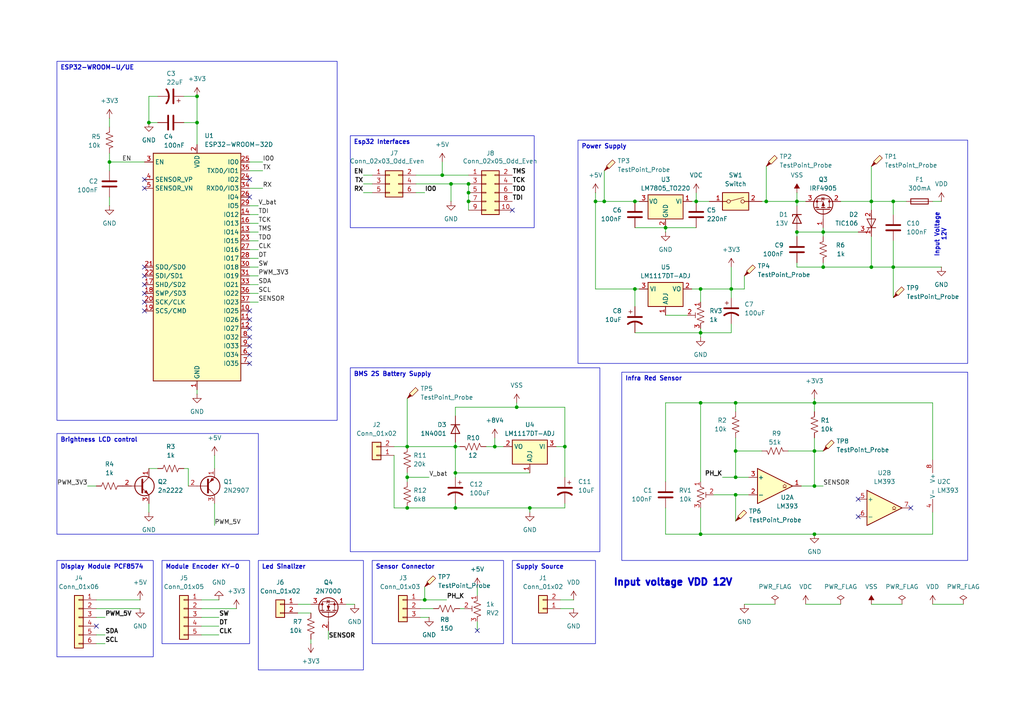
<source format=kicad_sch>
(kicad_sch (version 20250114) (generator "eeschema") (generator_version "9.0")
  (paper "A4")
  (text "Input Voltage\n12V" (at 274.574 68.072 90) (effects (font (size 1.27 1.27) (bold yes)) (justify bottom)))
  (text "Input voltage VDD 12V" (at 177.8 170.18 0) (effects (font (size 2 2) (thickness 0.512) (bold yes)) (justify left bottom)))
  (text_box "ESP32-WROOM-U/UE" (at 16.51 17.78 0) (size 81.28 104.14) (margins 0.9525 0.9525 0.9525 0.9525) (effects (font (size 1.27 1.27) (thickness 0.254) (bold yes)) (justify left top)))
  (text_box "Esp32 Interfaces" (at 101.6 39.37 0) (size 53.34 26.67) (margins 0.9525 0.9525 0.9525 0.9525) (effects (font (size 1.27 1.27) (bold yes)) (justify left top)))
  (text_box "Infra Red Sensor" (at 180.34 107.95 0) (size 100.33 54.61) (margins 0.9525 0.9525 0.9525 0.9525) (effects (font (size 1.27 1.27) (bold yes)) (justify left top)))
  (text_box "Supply Source" (at 148.59 162.56 0) (size 24.13 24.13) (margins 0.9525 0.9525 0.9525 0.9525) (effects (font (size 1.27 1.27) (bold yes)) (justify left top)))
  (text_box "Power Supply" (at 167.64 40.64 0) (size 113.03 64.77) (margins 0.9525 0.9525 0.9525 0.9525) (effects (font (size 1.27 1.27) (bold yes)) (justify left top)))
  (text_box "Module Encoder KY-0" (at 46.99 162.56 0) (size 25.4 24.13) (margins 0.9525 0.9525 0.9525 0.9525) (effects (font (size 1.27 1.27) (bold yes)) (justify left top)))
  (text_box "BMS 2S Battery Supply" (at 101.6 106.68 0) (size 72.39 53.34) (margins 0.9525 0.9525 0.9525 0.9525) (effects (font (size 1.27 1.27) (bold yes)) (justify left top)))
  (text_box "Led Sinalizer" (at 74.93 162.56 0) (size 30.48 31.75) (margins 0.9525 0.9525 0.9525 0.9525) (effects (font (size 1.27 1.27) (bold yes)) (justify left top)))
  (text_box "Brightness LCD control" (at 16.51 125.73 0) (size 58.42 29.21) (margins 0.9525 0.9525 0.9525 0.9525) (effects (font (size 1.27 1.27) (bold yes)) (justify left top)))
  (text_box "Sensor Connector" (at 107.95 162.56 0) (size 38.1 24.13) (margins 0.9525 0.9525 0.9525 0.9525) (effects (font (size 1.27 1.27) (bold yes)) (justify left top)))
  (text_box "Display Module PCF8574" (at 16.51 162.56 0) (size 27.94 27.94) (margins 0.9525 0.9525 0.9525 0.9525) (effects (font (size 1.27 1.27) (bold yes)) (justify left top)))
  (junction (at 118.11 147.32))
  (junction (at 231.14 67.31))
  (junction (at 172.72 58.42))
  (junction (at 130.81 53.34))
  (junction (at 231.14 58.42))
  (junction (at 153.67 147.32))
  (junction (at 212.09 83.82))
  (junction (at 123.19 173.99))
  (junction (at 135.89 53.34))
  (junction (at 149.86 118.11))
  (junction (at 201.93 58.42))
  (junction (at 118.11 138.43))
  (junction (at 132.08 129.54))
  (junction (at 143.51 129.54))
  (junction (at 184.15 83.82))
  (junction (at 135.89 55.88))
  (junction (at 259.08 58.42))
  (junction (at 132.08 137.16))
  (junction (at 238.76 67.31))
  (junction (at 203.2 116.84))
  (junction (at 236.22 130.81))
  (junction (at 128.27 50.8))
  (junction (at 252.73 58.42))
  (junction (at 184.15 58.42))
  (junction (at 163.83 129.54))
  (junction (at 236.22 140.97))
  (junction (at 213.36 143.51))
  (junction (at 259.08 77.47))
  (junction (at 118.11 129.54))
  (junction (at 203.2 83.82))
  (junction (at 31.75 46.99))
  (junction (at 238.76 77.47))
  (junction (at 43.18 35.56))
  (junction (at 222.25 58.42))
  (junction (at 135.89 58.42))
  (junction (at 252.73 77.47))
  (junction (at 236.22 116.84))
  (junction (at 213.36 116.84))
  (junction (at 57.15 27.94))
  (junction (at 132.08 147.32))
  (junction (at 213.36 138.43))
  (junction (at 236.22 154.94))
  (junction (at 203.2 154.94))
  (junction (at 213.36 130.81))
  (junction (at 193.04 66.04))
  (junction (at 175.26 58.42))
  (junction (at 57.15 35.56))
  (junction (at 203.2 96.52))
  (no_connect (at 41.91 52.07))
  (no_connect (at 72.39 97.79))
  (no_connect (at 138.43 182.88))
  (no_connect (at 72.39 90.17))
  (no_connect (at 41.91 54.61))
  (no_connect (at 41.91 80.01))
  (no_connect (at 264.16 147.32))
  (no_connect (at 72.39 57.15))
  (no_connect (at 72.39 92.71))
  (no_connect (at 72.39 100.33))
  (no_connect (at 41.91 77.47))
  (no_connect (at 72.39 102.87))
  (no_connect (at 41.91 82.55))
  (no_connect (at 27.94 181.61))
  (no_connect (at 248.92 144.78))
  (no_connect (at 248.92 149.86))
  (no_connect (at 72.39 52.07))
  (no_connect (at 41.91 90.17))
  (no_connect (at 148.59 60.96))
  (no_connect (at 72.39 95.25))
  (no_connect (at 41.91 87.63))
  (no_connect (at 72.39 105.41))
  (no_connect (at 41.91 85.09))
  (wire (pts (xy 120.65 50.8) (xy 128.27 50.8)))
  (wire (pts (xy 163.83 118.11) (xy 149.86 118.11)))
  (wire (pts (xy 213.36 143.51) (xy 217.17 143.51)))
  (wire (pts (xy 143.51 127) (xy 143.51 129.54)))
  (wire (pts (xy 74.93 59.69) (xy 72.39 59.69)))
  (wire (pts (xy 128.27 46.99) (xy 128.27 50.8)))
  (wire (pts (xy 90.17 186.69) (xy 90.17 185.42)))
  (wire (pts (xy 172.72 83.82) (xy 172.72 58.42)))
  (wire (pts (xy 118.11 115.57) (xy 118.11 129.54)))
  (wire (pts (xy 123.19 173.99) (xy 121.92 173.99)))
  (wire (pts (xy 252.73 58.42) (xy 243.84 58.42)))
  (wire (pts (xy 175.26 58.42) (xy 184.15 58.42)))
  (wire (pts (xy 135.89 55.88) (xy 135.89 58.42)))
  (wire (pts (xy 236.22 154.94) (xy 270.51 154.94)))
  (wire (pts (xy 31.75 34.29) (xy 31.75 36.83)))
  (wire (pts (xy 72.39 54.61) (xy 76.2 54.61)))
  (wire (pts (xy 252.73 48.26) (xy 252.73 58.42)))
  (wire (pts (xy 184.15 58.42) (xy 185.42 58.42)))
  (wire (pts (xy 163.83 129.54) (xy 161.29 129.54)))
  (wire (pts (xy 213.36 130.81) (xy 213.36 138.43)))
  (wire (pts (xy 259.08 77.47) (xy 259.08 86.36)))
  (wire (pts (xy 27.94 176.53) (xy 40.64 176.53)))
  (wire (pts (xy 58.42 173.99) (xy 63.5 173.99)))
  (wire (pts (xy 259.08 69.85) (xy 259.08 77.47)))
  (wire (pts (xy 74.93 74.93) (xy 72.39 74.93)))
  (wire (pts (xy 213.36 127) (xy 213.36 130.81)))
  (wire (pts (xy 193.04 154.94) (xy 203.2 154.94)))
  (wire (pts (xy 238.76 77.47) (xy 231.14 77.47)))
  (wire (pts (xy 172.72 55.88) (xy 172.72 58.42)))
  (wire (pts (xy 238.76 130.81) (xy 236.22 130.81)))
  (wire (pts (xy 252.73 68.58) (xy 252.73 77.47)))
  (wire (pts (xy 118.11 138.43) (xy 124.46 138.43)))
  (wire (pts (xy 135.89 53.34) (xy 135.89 55.88)))
  (wire (pts (xy 43.18 27.94) (xy 45.72 27.94)))
  (wire (pts (xy 193.04 66.04) (xy 193.04 67.31)))
  (wire (pts (xy 236.22 140.97) (xy 238.76 140.97)))
  (wire (pts (xy 184.15 96.52) (xy 203.2 96.52)))
  (wire (pts (xy 43.18 146.05) (xy 43.18 148.59)))
  (wire (pts (xy 25.4 140.97) (xy 27.94 140.97)))
  (wire (pts (xy 74.93 67.31) (xy 72.39 67.31)))
  (wire (pts (xy 30.48 179.07) (xy 27.94 179.07)))
  (wire (pts (xy 163.83 118.11) (xy 163.83 129.54)))
  (wire (pts (xy 200.66 83.82) (xy 203.2 83.82)))
  (wire (pts (xy 74.93 62.23) (xy 72.39 62.23)))
  (wire (pts (xy 62.23 132.08) (xy 62.23 135.89)))
  (wire (pts (xy 114.3 129.54) (xy 118.11 129.54)))
  (wire (pts (xy 201.93 66.04) (xy 193.04 66.04)))
  (wire (pts (xy 138.43 170.18) (xy 138.43 172.72)))
  (wire (pts (xy 212.09 86.36) (xy 212.09 83.82)))
  (wire (pts (xy 105.41 50.8) (xy 107.95 50.8)))
  (wire (pts (xy 231.14 55.88) (xy 231.14 58.42)))
  (wire (pts (xy 236.22 119.38) (xy 236.22 116.84)))
  (wire (pts (xy 203.2 139.7) (xy 203.2 116.84)))
  (wire (pts (xy 213.36 116.84) (xy 236.22 116.84)))
  (wire (pts (xy 252.73 77.47) (xy 238.76 77.47)))
  (wire (pts (xy 72.39 85.09) (xy 74.93 85.09)))
  (wire (pts (xy 203.2 83.82) (xy 212.09 83.82)))
  (wire (pts (xy 238.76 68.58) (xy 238.76 67.31)))
  (wire (pts (xy 118.11 147.32) (xy 132.08 147.32)))
  (wire (pts (xy 123.19 170.18) (xy 123.19 173.99)))
  (wire (pts (xy 132.08 137.16) (xy 153.67 137.16)))
  (wire (pts (xy 259.08 62.23) (xy 259.08 58.42)))
  (wire (pts (xy 53.34 35.56) (xy 57.15 35.56)))
  (wire (pts (xy 90.17 177.8) (xy 86.36 177.8)))
  (wire (pts (xy 175.26 49.53) (xy 175.26 58.42)))
  (wire (pts (xy 231.14 58.42) (xy 231.14 59.69)))
  (wire (pts (xy 184.15 83.82) (xy 185.42 83.82)))
  (wire (pts (xy 123.19 55.88) (xy 120.65 55.88)))
  (wire (pts (xy 63.5 184.15) (xy 58.42 184.15)))
  (wire (pts (xy 57.15 114.3) (xy 57.15 113.03)))
  (wire (pts (xy 130.81 53.34) (xy 130.81 58.42)))
  (wire (pts (xy 220.98 130.81) (xy 213.36 130.81)))
  (wire (pts (xy 105.41 55.88) (xy 107.95 55.88)))
  (wire (pts (xy 114.3 147.32) (xy 118.11 147.32)))
  (wire (pts (xy 166.37 173.99) (xy 162.56 173.99)))
  (wire (pts (xy 215.9 83.82) (xy 212.09 83.82)))
  (wire (pts (xy 74.93 69.85) (xy 72.39 69.85)))
  (wire (pts (xy 43.18 35.56) (xy 45.72 35.56)))
  (wire (pts (xy 27.94 173.99) (xy 40.64 173.99)))
  (wire (pts (xy 86.36 175.26) (xy 90.17 175.26)))
  (wire (pts (xy 132.08 137.16) (xy 132.08 129.54)))
  (wire (pts (xy 130.81 53.34) (xy 135.89 53.34)))
  (wire (pts (xy 207.01 143.51) (xy 213.36 143.51)))
  (wire (pts (xy 54.61 135.89) (xy 53.34 135.89)))
  (wire (pts (xy 238.76 67.31) (xy 231.14 67.31)))
  (wire (pts (xy 63.5 181.61) (xy 58.42 181.61)))
  (wire (pts (xy 105.41 53.34) (xy 107.95 53.34)))
  (wire (pts (xy 140.97 129.54) (xy 143.51 129.54)))
  (wire (pts (xy 132.08 118.11) (xy 149.86 118.11)))
  (wire (pts (xy 57.15 35.56) (xy 57.15 41.91)))
  (wire (pts (xy 172.72 83.82) (xy 184.15 83.82)))
  (wire (pts (xy 233.68 58.42) (xy 231.14 58.42)))
  (wire (pts (xy 118.11 129.54) (xy 132.08 129.54)))
  (wire (pts (xy 236.22 116.84) (xy 270.51 116.84)))
  (wire (pts (xy 30.48 184.15) (xy 27.94 184.15)))
  (wire (pts (xy 228.6 130.81) (xy 236.22 130.81)))
  (wire (pts (xy 213.36 116.84) (xy 213.36 119.38)))
  (wire (pts (xy 72.39 82.55) (xy 74.93 82.55)))
  (wire (pts (xy 212.09 93.98) (xy 212.09 96.52)))
  (wire (pts (xy 138.43 182.88) (xy 138.43 180.34)))
  (wire (pts (xy 212.09 83.82) (xy 212.09 77.47)))
  (wire (pts (xy 31.75 44.45) (xy 31.75 46.99)))
  (wire (pts (xy 236.22 115.57) (xy 236.22 116.84)))
  (wire (pts (xy 95.25 182.88) (xy 95.25 185.42)))
  (wire (pts (xy 231.14 76.2) (xy 231.14 77.47)))
  (wire (pts (xy 153.67 148.59) (xy 153.67 147.32)))
  (wire (pts (xy 125.73 176.53) (xy 121.92 176.53)))
  (wire (pts (xy 203.2 116.84) (xy 213.36 116.84)))
  (wire (pts (xy 114.3 132.08) (xy 114.3 147.32)))
  (wire (pts (xy 213.36 138.43) (xy 217.17 138.43)))
  (wire (pts (xy 30.48 186.69) (xy 27.94 186.69)))
  (wire (pts (xy 238.76 66.04) (xy 238.76 67.31)))
  (wire (pts (xy 273.05 58.42) (xy 270.51 58.42)))
  (wire (pts (xy 68.58 176.53) (xy 58.42 176.53)))
  (wire (pts (xy 74.93 72.39) (xy 72.39 72.39)))
  (wire (pts (xy 31.75 46.99) (xy 41.91 46.99)))
  (wire (pts (xy 193.04 147.32) (xy 193.04 154.94)))
  (wire (pts (xy 215.9 80.01) (xy 215.9 83.82)))
  (wire (pts (xy 132.08 118.11) (xy 132.08 120.65)))
  (wire (pts (xy 203.2 83.82) (xy 203.2 87.63)))
  (wire (pts (xy 134.62 176.53) (xy 133.35 176.53)))
  (wire (pts (xy 193.04 139.7) (xy 193.04 116.84)))
  (wire (pts (xy 135.89 58.42) (xy 135.89 60.96)))
  (wire (pts (xy 54.61 140.97) (xy 54.61 135.89)))
  (wire (pts (xy 203.2 96.52) (xy 203.2 95.25)))
  (wire (pts (xy 74.93 87.63) (xy 72.39 87.63)))
  (wire (pts (xy 201.93 58.42) (xy 205.74 58.42)))
  (wire (pts (xy 72.39 46.99) (xy 76.2 46.99)))
  (wire (pts (xy 200.66 58.42) (xy 201.93 58.42)))
  (wire (pts (xy 231.14 67.31) (xy 231.14 68.58)))
  (wire (pts (xy 143.51 129.54) (xy 146.05 129.54)))
  (wire (pts (xy 232.41 140.97) (xy 236.22 140.97)))
  (wire (pts (xy 203.2 147.32) (xy 203.2 154.94)))
  (wire (pts (xy 193.04 91.44) (xy 199.39 91.44)))
  (wire (pts (xy 209.55 138.43) (xy 213.36 138.43)))
  (wire (pts (xy 128.27 50.8) (xy 135.89 50.8)))
  (wire (pts (xy 57.15 27.94) (xy 57.15 35.56)))
  (wire (pts (xy 233.68 175.26) (xy 243.84 175.26)))
  (wire (pts (xy 270.51 116.84) (xy 270.51 133.35)))
  (wire (pts (xy 129.54 173.99) (xy 123.19 173.99)))
  (wire (pts (xy 43.18 135.89) (xy 45.72 135.89)))
  (wire (pts (xy 259.08 58.42) (xy 252.73 58.42)))
  (wire (pts (xy 201.93 55.88) (xy 201.93 58.42)))
  (wire (pts (xy 43.18 27.94) (xy 43.18 35.56)))
  (wire (pts (xy 259.08 77.47) (xy 252.73 77.47)))
  (wire (pts (xy 62.23 146.05) (xy 62.23 152.4)))
  (wire (pts (xy 120.65 53.34) (xy 130.81 53.34)))
  (wire (pts (xy 163.83 138.43) (xy 163.83 129.54)))
  (wire (pts (xy 184.15 88.9) (xy 184.15 83.82)))
  (wire (pts (xy 132.08 147.32) (xy 153.67 147.32)))
  (wire (pts (xy 132.08 146.05) (xy 132.08 147.32)))
  (wire (pts (xy 149.86 116.84) (xy 149.86 118.11)))
  (wire (pts (xy 259.08 77.47) (xy 273.05 77.47)))
  (wire (pts (xy 222.25 48.26) (xy 222.25 58.42)))
  (wire (pts (xy 72.39 49.53) (xy 76.2 49.53)))
  (wire (pts (xy 193.04 66.04) (xy 184.15 66.04)))
  (wire (pts (xy 53.34 27.94) (xy 57.15 27.94)))
  (wire (pts (xy 270.51 148.59) (xy 270.51 154.94)))
  (wire (pts (xy 203.2 154.94) (xy 236.22 154.94)))
  (wire (pts (xy 193.04 116.84) (xy 203.2 116.84)))
  (wire (pts (xy 248.92 67.31) (xy 238.76 67.31)))
  (wire (pts (xy 124.46 179.07) (xy 121.92 179.07)))
  (wire (pts (xy 236.22 130.81) (xy 236.22 140.97)))
  (wire (pts (xy 72.39 80.01) (xy 74.93 80.01)))
  (wire (pts (xy 252.73 175.26) (xy 261.62 175.26)))
  (wire (pts (xy 270.51 175.26) (xy 279.4 175.26)))
  (wire (pts (xy 222.25 58.42) (xy 231.14 58.42)))
  (wire (pts (xy 166.37 176.53) (xy 162.56 176.53)))
  (wire (pts (xy 236.22 127) (xy 236.22 130.81)))
  (wire (pts (xy 100.33 175.26) (xy 102.87 175.26)))
  (wire (pts (xy 74.93 64.77) (xy 72.39 64.77)))
  (wire (pts (xy 31.75 46.99) (xy 31.75 49.53)))
  (wire (pts (xy 238.76 76.2) (xy 238.76 77.47)))
  (wire (pts (xy 220.98 58.42) (xy 222.25 58.42)))
  (wire (pts (xy 213.36 151.13) (xy 213.36 143.51)))
  (wire (pts (xy 212.09 96.52) (xy 203.2 96.52)))
  (wire (pts (xy 132.08 128.27) (xy 132.08 129.54)))
  (wire (pts (xy 262.89 58.42) (xy 259.08 58.42)))
  (wire (pts (xy 163.83 146.05) (xy 163.83 147.32)))
  (wire (pts (xy 132.08 138.43) (xy 132.08 137.16)))
  (wire (pts (xy 132.08 129.54) (xy 133.35 129.54)))
  (wire (pts (xy 31.75 57.15) (xy 31.75 59.69)))
  (wire (pts (xy 118.11 137.16) (xy 118.11 138.43)))
  (wire (pts (xy 63.5 179.07) (xy 58.42 179.07)))
  (wire (pts (xy 74.93 77.47) (xy 72.39 77.47)))
  (wire (pts (xy 172.72 58.42) (xy 175.26 58.42)))
  (wire (pts (xy 118.11 138.43) (xy 118.11 139.7)))
  (wire (pts (xy 252.73 58.42) (xy 252.73 60.96)))
  (wire (pts (xy 163.83 147.32) (xy 153.67 147.32)))
  (wire (pts (xy 224.79 175.26) (xy 215.9 175.26)))
  (wire (pts (xy 203.2 97.79) (xy 203.2 96.52)))
  (label "TDO" (at 148.59 55.88 0) (effects (font (bold yes))))
  (label "PWM_3V3" (at 74.93 80.01 0))
  (label "SW" (at 63.5 179.07 0) (effects (font (bold yes))))
  (label "PWM_5V" (at 30.48 179.07 0) (effects (font (bold yes))))
  (label "PH_K" (at 209.55 138.43 180) (effects (font (bold yes))))
  (label "TDI" (at 148.59 58.42 0) (effects (font (bold yes))))
  (label "DT" (at 63.5 181.61 0) (effects (font (bold yes))))
  (label "SCL" (at 74.93 85.09 0))
  (label "PH_K" (at 129.54 173.99 0) (effects (font (bold yes))))
  (label "IO0" (at 76.2 46.99 0))
  (label "EN" (at 38.1 46.99 180))
  (label "PWM_3V3" (at 25.4 140.97 180))
  (label "TX" (at 105.41 53.34 180) (effects (font (bold yes))))
  (label "TMS" (at 74.93 67.31 0))
  (label "TMS" (at 148.59 50.8 0) (effects (font (bold yes))))
  (label "TX" (at 76.2 49.53 0))
  (label "EN" (at 105.41 50.8 180) (effects (font (bold yes))))
  (label "SDA" (at 30.48 184.15 0) (effects (font (bold yes))))
  (label "TDI" (at 74.93 62.23 0))
  (label "SENSOR" (at 238.76 140.97 0))
  (label "RX" (at 76.2 54.61 0))
  (label "V_bat" (at 124.46 138.43 0))
  (label "TCK" (at 148.59 53.34 0) (effects (font (bold yes))))
  (label "SW" (at 74.93 77.47 0))
  (label "DT" (at 74.93 74.93 0))
  (label "PWM_5V" (at 62.23 152.4 0))
  (label "CLK" (at 74.93 72.39 0))
  (label "V_bat" (at 74.93 59.69 0))
  (label "TDO" (at 74.93 69.85 0))
  (label "RX" (at 105.41 55.88 180) (effects (font (bold yes))))
  (label "SDA" (at 74.93 82.55 0))
  (label "SENSOR" (at 74.93 87.63 0))
  (label "TCK" (at 74.93 64.77 0))
  (label "SENSOR" (at 95.25 185.42 0) (effects (font (bold yes))))
  (label "SCL" (at 30.48 186.69 0) (effects (font (bold yes))))
  (label "CLK" (at 63.5 184.15 0) (effects (font (bold yes))))
  (label "IO0" (at 123.19 55.88 0) (effects (font (bold yes))))
  (symbol (lib_id "power:VDC") (at 201.93 55.88 0) (unit 1)
    (property "Reference" "#PWR035" (effects (hide yes)))
    (property "Value" "VDC" (at 201.93 50.8 0))
    (property "Description" "Power symbol creates a global label with name \"VDC\"" (effects (hide yes)))
  )
  (symbol (lib_name "GND_6") (lib_id "power:GND") (at 203.2 97.79 0) (unit 1)
    (property "Reference" "#PWR017" (effects (hide yes)))
    (property "Value" "GND" (at 203.2 102.87 0))
    (property "Description" "Power symbol creates a global label with name \"GND\" , ground" (effects (hide yes)))
  )
  (symbol (lib_name "GND_2") (lib_id "power:GND") (at 236.22 154.94 0) (unit 1)
    (property "Reference" "#PWR06" (effects (hide yes)))
    (property "Value" "GND" (at 236.22 160.02 0))
    (property "Description" "Power symbol creates a global label with name \"GND\" , ground" (effects (hide yes)))
  )
  (symbol (lib_id "Device:C_Polarized_US") (at 212.09 90.17 0) (unit 1)
    (property "Reference" "C7" (at 215.9 88.2649 0) (effects (justify left)))
    (property "Value" "100uF" (at 215.9 90.8049 0) (effects (justify left)))
    (property "Footprint" "easyeda2kicad:CAP-TH_BD5.0-P2.00-D0.8-FD" (effects (hide yes)))
    (property "Description" "Polarized capacitor, US symbol" (effects (hide yes)))
    (property "LCSC" "C165586" (effects (hide yes)))
  )
  (symbol (lib_id "Transistor_FET:2N7000") (at 95.25 177.8 90) (unit 1)
    (property "Reference" "Q4" (at 95.25 168.91 90))
    (property "Value" "2N7000" (at 95.25 171.45 90))
    (property "Footprint" "Package_TO_SOT_THT:TO-92_Inline" (effects (hide yes)))
    (property "Datasheet" "https://www.vishay.com/docs/70226/70226.pdf" (effects (hide yes)))
    (property "Description" "0.2A Id, 200V Vds, N-Channel MOSFET, 2.6V Logic Level, TO-92" (effects (hide yes)))
    (property "LCSC" "C9114" (effects (hide yes)))
  )
  (symbol (lib_id "Regulator_Linear:LM1117DT-ADJ") (at 153.67 129.54 0) (mirror y) (unit 1)
    (property "Reference" "U4" (at 153.67 123.19 0))
    (property "Value" "LM1117DT-ADJ" (at 153.67 125.73 0))
    (property "Footprint" "Package_TO_SOT_THT:TO-220-3_Vertical" (effects (hide yes)))
    (property "Datasheet" "http://www.ti.com/lit/ds/symlink/lm1117.pdf" (effects (hide yes)))
    (property "Description" "800mA Low-Dropout Linear Regulator, adjustable output, TO-252" (effects (hide yes)))
    (property "LCSC" "C498319" (effects (hide yes)))
  )
  (symbol (lib_name "GND_4") (lib_id "power:GND") (at 130.81 58.42 0) (unit 1)
    (property "Reference" "#PWR012" (effects (hide yes)))
    (property "Value" "GND" (at 130.81 63.5 0))
    (property "Description" "Power symbol creates a global label with name \"GND\" , ground" (effects (hide yes)))
  )
  (symbol (lib_name "+5V_1") (lib_id "power:+5V") (at 40.64 173.99 0) (unit 1)
    (property "Reference" "#PWR022" (effects (hide yes)))
    (property "Value" "+5V" (at 40.64 168.91 0))
    (property "Description" "Power symbol creates a global label with name \"+5V\"" (effects (hide yes)))
  )
  (symbol (lib_id "Device:R_US") (at 31.75 140.97 90) (unit 1)
    (property "Reference" "R4" (at 31.75 134.62 90))
    (property "Value" "1k" (at 31.75 137.16 90))
    (property "Footprint" "easyeda2kicad:RES-TH_BD2.3-L6.5-P10.50-D0.5" (effects (hide yes)))
    (property "LCSC" "C119324" (effects (hide yes)))
  )
  (symbol (lib_name "GND_5") (lib_id "power:GND") (at 43.18 148.59 0) (unit 1)
    (property "Reference" "#PWR01" (effects (hide yes)))
    (property "Value" "GND" (at 43.18 153.67 0))
    (property "Description" "Power symbol creates a global label with name \"GND\" , ground" (effects (hide yes)))
  )
  (symbol (lib_id "Device:C") (at 49.53 35.56 270) (unit 1)
    (property "Reference" "C4" (at 47.498 39.624 90) (effects (justify left)))
    (property "Value" "100nF" (at 47.498 42.164 90) (effects (justify left)))
    (property "Footprint" "Capacitor_THT:C_Disc_D6.0mm_W2.5mm_P5.00mm" (effects (hide yes)))
    (property "LCSC" "C110254" (effects (hide yes)))
  )
  (symbol (lib_id "Connector_Generic:Conn_01x05") (at 53.34 179.07 0) (mirror y) (unit 1)
    (property "Reference" "J5" (at 53.34 167.64 0))
    (property "Value" "Conn_01x05" (at 53.34 170.18 0))
    (property "Footprint" "Connector_Molex:Molex_KK-254_AE-6410-05A_1x05_P2.54mm_Vertical" (effects (hide yes)))
    (property "Description" "Generic connector, single row, 01x05, script generated (kicad-library-utils/schlib/autogen/connector/)" (effects (hide yes)))
    (property "LCSC" "C239365" (effects (hide yes)))
  )
  (symbol (lib_id "RF_Module:ESP32-WROOM-32D") (at 57.15 77.47 0) (unit 1)
    (property "Reference" "U1" (at 59.2933 39.37 0) (effects (justify left)))
    (property "Value" "ESP32-WROOM-32D" (at 59.2933 41.91 0) (effects (justify left)))
    (property "Footprint" "RF_Module:ESP32-WROOM-32D" (effects (hide yes)))
    (property "Datasheet" "https://www.espressif.com/sites/default/files/documentation/esp32-wroom-32d_esp32-wroom-32u_datasheet_en.pdf" (effects (hide yes)))
    (property "Description" "RF Module, ESP32-D0WD SoC, Wi-Fi 802.11b/g/n, Bluetooth, BLE, 32-bit, 2.7-3.6V, onboard antenna, SMD" (effects (hide yes)))
    (property "LCSC" "C473012" (effects (hide yes)))
  )
  (symbol (lib_id "Connector:TestPoint_Probe") (at 175.26 49.53 0) (unit 1)
    (property "Reference" "TP3" (at 179.07 46.6724 0) (effects (justify left)))
    (property "Value" "TestPoint_Probe" (at 179.07 49.2124 0) (effects (justify left)))
    (property "Footprint" "TestPoint:TestPoint_THTPad_3.0x3.0mm_Drill1.5mm" (effects (hide yes)))
    (property "Description" "test point (alternative probe-style design)" (effects (hide yes)))
  )
  (symbol (lib_id "Device:C_Polarized_US") (at 49.53 27.94 270) (mirror x) (unit 1)
    (property "Reference" "C3" (at 48.26 21.336 90) (effects (justify left)))
    (property "Value" "22uF" (at 48.26 23.876 90) (effects (justify left)))
    (property "Footprint" "easyeda2kicad:CAP-TH_BD4.0-P1.50-D0.8-FD" (effects (hide yes)))
    (property "LCSC" "C43845" (effects (hide yes)))
  )
  (symbol (lib_id "Comparator:LM393") (at 256.54 147.32 0) (unit 2)
    (property "Reference" "U2" (at 256.54 137.16 0))
    (property "Value" "LM393" (at 256.54 139.7 0))
    (property "Footprint" "Package_DIP:DIP-8_W7.62mm" (effects (hide yes)))
    (property "Datasheet" "http://www.ti.com/lit/ds/symlink/lm393.pdf" (effects (hide yes)))
    (property "Description" "Low-Power, Low-Offset Voltage, Dual Comparators, DIP-8/SOIC-8/TO-99-8" (effects (hide yes)))
    (property "LCSC" "C725322" (effects (hide yes)))
  )
  (symbol (lib_id "Device:C_Polarized_US") (at 163.83 142.24 0) (mirror y) (unit 1)
    (property "Reference" "C11" (at 167.64 139.7 0) (effects (justify right)))
    (property "Value" "10uF" (at 167.64 142.24 0) (effects (justify right)))
    (property "Footprint" "easyeda2kicad:CAP-TH_BD5.0-P2.00-D0.8-FD" (effects (hide yes)))
    (property "LCSC" "C106654" (effects (hide yes)))
  )
  (symbol (lib_id "Regulator_Linear:LM1117DT-ADJ") (at 193.04 83.82 0) (unit 1)
    (property "Reference" "U5" (at 193.04 77.47 0))
    (property "Value" "LM1117DT-ADJ" (at 193.04 80.01 0))
    (property "Footprint" "Package_TO_SOT_THT:TO-220-3_Vertical" (effects (hide yes)))
    (property "Datasheet" "http://www.ti.com/lit/ds/symlink/lm1117.pdf" (effects (hide yes)))
    (property "Description" "800mA Low-Dropout Linear Regulator, adjustable output, TO-252" (effects (hide yes)))
    (property "LCSC" "C498319" (effects (hide yes)))
  )
  (symbol (lib_id "Connector_Generic:Conn_01x02") (at 109.22 132.08 180) (unit 1)
    (property "Reference" "J2" (at 109.22 123.19 0))
    (property "Value" "Conn_01x02" (at 109.22 125.73 0))
    (property "Footprint" "Connector_Molex:Molex_KK-254_AE-6410-02A_1x02_P2.54mm_Vertical" (effects (hide yes)))
    (property "Description" "Generic connector, single row, 01x02, script generated (kicad-library-utils/schlib/autogen/connector/)" (effects (hide yes)))
    (property "LCSC" "C239362" (effects (hide yes)))
  )
  (symbol (lib_id "Connector:TestPoint_Probe") (at 252.73 48.26 0) (unit 1)
    (property "Reference" "TP1" (at 256.54 45.4024 0) (effects (justify left)))
    (property "Value" "TestPoint_Probe" (at 256.54 47.9424 0) (effects (justify left)))
    (property "Footprint" "TestPoint:TestPoint_THTPad_3.0x3.0mm_Drill1.5mm" (effects (hide yes)))
    (property "Description" "test point (alternative probe-style design)" (effects (hide yes)))
  )
  (symbol (lib_id "Device:C") (at 193.04 143.51 0) (mirror y) (unit 1)
    (property "Reference" "C1" (at 189.23 142.24 0) (effects (justify left)))
    (property "Value" "100nF" (at 189.23 144.78 0) (effects (justify left)))
    (property "Footprint" "Capacitor_THT:C_Disc_D6.0mm_W2.5mm_P5.00mm" (effects (hide yes)))
    (property "LCSC" "C110254" (effects (hide yes)))
  )
  (symbol (lib_id "Connector:TestPoint_Probe") (at 123.19 170.18 0) (unit 1)
    (property "Reference" "TP7" (at 127 167.3224 0) (effects (justify left)))
    (property "Value" "TestPoint_Probe" (at 127 169.8624 0) (effects (justify left)))
    (property "Footprint" "TestPoint:TestPoint_THTPad_3.0x3.0mm_Drill1.5mm" (effects (hide yes)))
    (property "Description" "test point (alternative probe-style design)" (effects (hide yes)))
  )
  (symbol (lib_name "+3V3_2") (lib_id "power:+3V3") (at 31.75 34.29 0) (unit 1)
    (property "Reference" "#PWR020" (effects (hide yes)))
    (property "Value" "+3V3" (at 31.75 29.21 0))
    (property "Description" "Power symbol creates a global label with name \"+3V3\"" (effects (hide yes)))
  )
  (symbol (lib_id "Device:C") (at 201.93 62.23 0) (mirror y) (unit 1)
    (property "Reference" "C5" (at 204.978 60.96 0) (effects (justify right)))
    (property "Value" "220nF" (at 204.978 63.5 0) (effects (justify right)))
    (property "Footprint" "Capacitor_THT:C_Rect_L7.0mm_W2.5mm_P5.00mm" (effects (hide yes)))
    (property "Description" "Unpolarized capacitor" (effects (hide yes)))
    (property "LCSC" "C125389" (effects (hide yes)))
  )
  (symbol (lib_id "Connector:TestPoint_Probe") (at 213.36 151.13 0) (unit 1)
    (property "Reference" "TP6" (at 217.17 148.2724 0) (effects (justify left)))
    (property "Value" "TestPoint_Probe" (at 217.17 150.8124 0) (effects (justify left)))
    (property "Footprint" "TestPoint:TestPoint_THTPad_3.0x3.0mm_Drill1.5mm" (effects (hide yes)))
    (property "Description" "test point (alternative probe-style design)" (effects (hide yes)))
  )
  (symbol (lib_id "Device:R_Potentiometer_Trim_US") (at 203.2 143.51 0) (unit 1)
    (property "Reference" "RV1" (at 200.66 142.24 0) (effects (justify right)))
    (property "Value" "10k" (at 200.66 144.78 0) (effects (justify right)))
    (property "Footprint" "Potentiometer_THT:Potentiometer_Bourns_3386X_Horizontal" (effects (hide yes)))
    (property "LCSC" "C780119" (effects (hide yes)))
  )
  (symbol (lib_name "GND_1") (lib_id "power:GND") (at 215.9 175.26 0) (unit 1)
    (property "Reference" "#PWR011" (effects (hide yes)))
    (property "Value" "GND" (at 215.9 180.34 0))
    (property "Description" "Power symbol creates a global label with name \"GND\" , ground" (effects (hide yes)))
  )
  (symbol (lib_id "Device:R_US") (at 213.36 123.19 0) (mirror y) (unit 1)
    (property "Reference" "R2" (at 210.82 121.92 0) (effects (justify left)))
    (property "Value" "10k" (at 210.82 124.46 0) (effects (justify left)))
    (property "Footprint" "easyeda2kicad:RES-TH_BD2.3-L6.5-P10.50-D0.5" (effects (hide yes)))
    (property "LCSC" "C119347" (effects (hide yes)))
  )
  (symbol (lib_id "Connector:TestPoint_Probe") (at 118.11 115.57 0) (unit 1)
    (property "Reference" "TP5" (at 121.92 112.7124 0) (effects (justify left)))
    (property "Value" "TestPoint_Probe" (at 121.92 115.2524 0) (effects (justify left)))
    (property "Footprint" "TestPoint:TestPoint_THTPad_3.0x3.0mm_Drill1.5mm" (effects (hide yes)))
    (property "Description" "test point (alternative probe-style design)" (effects (hide yes)))
  )
  (symbol (lib_id "Transistor_BJT:BC237") (at 40.64 140.97 0) (unit 1)
    (property "Reference" "Q2" (at 45.72 139.7 0) (effects (justify left)))
    (property "Value" "2n2222" (at 45.72 142.24 0) (effects (justify left)))
    (property "Footprint" "Package_TO_SOT_THT:TO-92_Inline" (effects (hide yes)))
    (property "Datasheet" "http://www.onsemi.com/pub_link/Collateral/BC237-D.PDF" (effects (hide yes)))
    (property "Description" "100mA Ic, 50V Vce, Epitaxial Silicon NPN Transistor, TO-92" (effects (hide yes)))
    (property "LCSC" "C118536" (effects (hide yes)))
  )
  (symbol (lib_id "Device:R_Potentiometer_Trim_US") (at 138.43 176.53 0) (mirror y) (unit 1)
    (property "Reference" "RV2" (at 140.97 177.8001 0) (effects (justify right)))
    (property "Value" "1k" (at 140.97 175.2601 0) (effects (justify right)))
    (property "Footprint" "Potentiometer_THT:Potentiometer_Bourns_3386X_Horizontal" (effects (hide yes)))
    (property "LCSC" "C780120" (effects (hide yes)))
  )
  (symbol (lib_id "Device:Q_SCR_KAG") (at 252.73 64.77 0) (unit 1)
    (property "Reference" "D2" (at 248.92 62.23 0) (effects (justify right)))
    (property "Value" "TIC106" (at 248.92 64.77 0) (effects (justify right)))
    (property "Footprint" "Package_TO_SOT_THT:TO-220-3_Vertical" (effects (hide yes)))
    (property "LCSC" "C9211" (effects (hide yes)))
  )
  (symbol (lib_name "VDC_3") (lib_id "power:VDC") (at 233.68 175.26 0) (unit 1)
    (property "Reference" "#PWR015" (effects (hide yes)))
    (property "Value" "VDC" (at 233.68 170.18 0))
    (property "Description" "Power symbol creates a global label with name \"VDC\"" (effects (hide yes)))
  )
  (symbol (lib_id "power:+3V3") (at 212.09 77.47 0) (unit 1)
    (property "Reference" "#PWR016" (effects (hide yes)))
    (property "Value" "+3V3" (at 212.09 72.39 0))
    (property "Description" "Power symbol creates a global label with name \"+3V3\"" (effects (hide yes)))
  )
  (symbol (lib_name "+5V_2") (lib_id "power:+5V") (at 62.23 132.08 0) (unit 1)
    (property "Reference" "#PWR04" (effects (hide yes)))
    (property "Value" "+5V" (at 62.23 127 0))
    (property "Description" "Power symbol creates a global label with name \"+5V\"" (effects (hide yes)))
  )
  (symbol (lib_name "PWR_FLAG_1") (lib_id "power:PWR_FLAG") (at 224.79 175.26 0) (unit 1)
    (property "Reference" "#FLG01" (effects (hide yes)))
    (property "Value" "PWR_FLAG" (at 224.79 170.18 0))
    (property "Description" "Special symbol for telling ERC where power comes from" (effects (hide yes)))
  )
  (symbol (lib_id "power:PWR_FLAG") (at 279.4 175.26 0) (mirror y) (unit 1)
    (property "Reference" "#FLG04" (effects (hide yes)))
    (property "Value" "PWR_FLAG" (at 279.4 170.18 0))
    (property "Description" "Special symbol for telling ERC where power comes from" (effects (hide yes)))
  )
  (symbol (lib_id "Device:R_Potentiometer_Trim_US") (at 203.2 91.44 0) (mirror y) (unit 1)
    (property "Reference" "RV3" (at 205.74 90.17 0) (effects (justify right)))
    (property "Value" "1k" (at 205.74 92.71 0) (effects (justify right)))
    (property "Footprint" "Potentiometer_THT:Potentiometer_Bourns_3386X_Horizontal" (effects (hide yes)))
    (property "LCSC" "C780120" (effects (hide yes)))
  )
  (symbol (lib_name "GND_4") (lib_id "power:GND") (at 31.75 59.69 0) (unit 1)
    (property "Reference" "#PWR09" (effects (hide yes)))
    (property "Value" "GND" (at 31.75 64.77 0))
    (property "Description" "Power symbol creates a global label with name \"GND\" , ground" (effects (hide yes)))
  )
  (symbol (lib_name "GND_4") (lib_id "power:GND") (at 57.15 114.3 0) (unit 1)
    (property "Reference" "#PWR02" (effects (hide yes)))
    (property "Value" "GND" (at 57.15 119.38 0))
    (property "Description" "Power symbol creates a global label with name \"GND\" , ground" (effects (hide yes)))
  )
  (symbol (lib_id "Device:R_US") (at 224.79 130.81 90) (mirror x) (unit 1)
    (property "Reference" "R9" (at 226.568 125.73 90) (effects (justify left)))
    (property "Value" "51k" (at 226.568 128.27 90) (effects (justify left)))
    (property "Footprint" "easyeda2kicad:RES-TH_BD2.3-L6.5-P10.50-D0.5" (effects (hide yes)))
    (property "LCSC" "C119363" (effects (hide yes)))
  )
  (symbol (lib_id "Device:C_Polarized_US") (at 132.08 142.24 0) (mirror y) (unit 1)
    (property "Reference" "C12" (at 136.144 140.462 0) (effects (justify right)))
    (property "Value" "100uF" (at 136.144 143.002 0) (effects (justify right)))
    (property "Footprint" "easyeda2kicad:CAP-TH_BD5.0-P2.00-D0.8-FD" (effects (hide yes)))
    (property "Description" "Polarized capacitor, US symbol" (effects (hide yes)))
    (property "LCSC" "C165586" (effects (hide yes)))
  )
  (symbol (lib_id "power:+3V8") (at 143.51 127 0) (unit 1)
    (property "Reference" "#PWR034" (effects (hide yes)))
    (property "Value" "+8V4" (at 143.51 121.92 0))
    (property "Description" "Power symbol creates a global label with name \"+3V8\"" (effects (hide yes)))
  )
  (symbol (lib_id "Device:C_Polarized_US") (at 184.15 92.71 0) (unit 1)
    (property "Reference" "C8" (at 180.34 90.17 0) (effects (justify right)))
    (property "Value" "10uF" (at 180.34 92.71 0) (effects (justify right)))
    (property "Footprint" "easyeda2kicad:CAP-TH_BD5.0-P2.00-D0.8-FD" (effects (hide yes)))
    (property "LCSC" "C106654" (effects (hide yes)))
  )
  (symbol (lib_id "Comparator:LM393") (at 224.79 140.97 0) (unit 1)
    (property "Reference" "U2" (at 228.346 144.272 0))
    (property "Value" "LM393" (at 228.346 146.812 0))
    (property "Footprint" "Package_DIP:DIP-8_W7.62mm" (effects (hide yes)))
    (property "Datasheet" "http://www.ti.com/lit/ds/symlink/lm393.pdf" (effects (hide yes)))
    (property "Description" "Low-Power, Low-Offset Voltage, Dual Comparators, DIP-8/SOIC-8/TO-99-8" (effects (hide yes)))
    (property "LCSC" "C725322" (effects (hide yes)))
  )
  (symbol (lib_id "Device:C") (at 184.15 62.23 0) (mirror y) (unit 1)
    (property "Reference" "C6" (at 180.34 60.9599 0) (effects (justify left)))
    (property "Value" "100nF" (at 180.34 63.4999 0) (effects (justify left)))
    (property "Footprint" "Capacitor_THT:C_Disc_D5.0mm_W2.5mm_P5.00mm" (effects (hide yes)))
    (property "Description" "Unpolarized capacitor" (effects (hide yes)))
    (property "LCSC" "C110254" (effects (hide yes)))
  )
  (symbol (lib_id "Connector_Generic:Conn_01x02") (at 157.48 176.53 180) (unit 1)
    (property "Reference" "J1" (at 157.48 167.64 0))
    (property "Value" "Conn_01x02" (at 157.48 170.18 0))
    (property "Footprint" "Connector_Molex:Molex_KK-254_AE-6410-02A_1x02_P2.54mm_Vertical" (effects (hide yes)))
    (property "LCSC" "C239362" (effects (hide yes)))
  )
  (symbol (lib_id "Device:R_US") (at 31.75 40.64 0) (mirror y) (unit 1)
    (property "Reference" "R5" (at 29.21 39.624 0) (effects (justify left)))
    (property "Value" "10k" (at 29.21 42.164 0) (effects (justify left)))
    (property "Footprint" "easyeda2kicad:RES-TH_BD2.3-L6.5-P10.50-D0.5" (effects (hide yes)))
    (property "LCSC" "C119347" (effects (hide yes)))
  )
  (symbol (lib_id "Connector_Generic:Conn_01x02") (at 81.28 175.26 0) (mirror y) (unit 1)
    (property "Reference" "J6" (at 81.28 168.91 0))
    (property "Value" "Conn_01x02" (at 81.28 171.45 0))
    (property "Footprint" "Connector_Molex:Molex_KK-254_AE-6410-02A_1x02_P2.54mm_Vertical" (effects (hide yes)))
    (property "Description" "Generic connector, single row, 01x02, script generated (kicad-library-utils/schlib/autogen/connector/)" (effects (hide yes)))
    (property "LCSC" "C239362" (effects (hide yes)))
  )
  (symbol (lib_name "+3V3_2") (lib_id "power:+3V3") (at 68.58 176.53 0) (unit 1)
    (property "Reference" "#PWR027" (effects (hide yes)))
    (property "Value" "+3V3" (at 68.58 171.45 0))
    (property "Description" "Power symbol creates a global label with name \"+3V3\"" (effects (hide yes)))
  )
  (symbol (lib_name "GND_8") (lib_id "power:GND") (at 193.04 67.31 0) (unit 1)
    (property "Reference" "#PWR014" (effects (hide yes)))
    (property "Value" "GND" (at 193.04 72.39 0))
    (property "Description" "Power symbol creates a global label with name \"GND\" , ground" (effects (hide yes)))
  )
  (symbol (lib_name "+5V_1") (lib_id "power:+5V") (at 128.27 46.99 0) (unit 1)
    (property "Reference" "#PWR08" (effects (hide yes)))
    (property "Value" "+5V" (at 128.27 41.91 0))
    (property "Description" "Power symbol creates a global label with name \"+5V\"" (effects (hide yes)))
  )
  (symbol (lib_name "GND_4") (lib_id "power:GND") (at 63.5 173.99 180) (unit 1)
    (property "Reference" "#PWR024" (effects (hide yes)))
    (property "Value" "GND" (at 63.5 168.91 0))
    (property "Description" "Power symbol creates a global label with name \"GND\" , ground" (effects (hide yes)))
  )
  (symbol (lib_id "power:VDD") (at 270.51 175.26 0) (unit 1)
    (property "Reference" "#PWR037" (effects (hide yes)))
    (property "Value" "VDD" (at 270.51 170.18 0))
    (property "Description" "Power symbol creates a global label with name \"VDD\"" (effects (hide yes)))
  )
  (symbol (lib_name "GND_3") (lib_id "power:GND") (at 40.64 176.53 0) (unit 1)
    (property "Reference" "#PWR05" (effects (hide yes)))
    (property "Value" "GND" (at 40.64 181.61 0))
    (property "Description" "Power symbol creates a global label with name \"GND\" , ground" (effects (hide yes)))
  )
  (symbol (lib_id "Connector:TestPoint_Probe") (at 222.25 48.26 0) (unit 1)
    (property "Reference" "TP2" (at 226.06 45.4024 0) (effects (justify left)))
    (property "Value" "TestPoint_Probe" (at 226.06 47.9424 0) (effects (justify left)))
    (property "Footprint" "TestPoint:TestPoint_THTPad_3.0x3.0mm_Drill1.5mm" (effects (hide yes)))
    (property "Description" "test point (alternative probe-style design)" (effects (hide yes)))
  )
  (symbol (lib_name "+3V3_2") (lib_id "power:+3V3") (at 90.17 186.69 180) (unit 1)
    (property "Reference" "#PWR025" (effects (hide yes)))
    (property "Value" "+3V3" (at 90.17 191.77 0))
    (property "Description" "Power symbol creates a global label with name \"+3V3\"" (effects (hide yes)))
  )
  (symbol (lib_id "Device:R_US") (at 118.11 133.35 0) (mirror y) (unit 1)
    (property "Reference" "R11" (at 119.888 132.08 0) (effects (justify right)))
    (property "Value" "20k" (at 119.888 134.62 0) (effects (justify right)))
    (property "Footprint" "easyeda2kicad:RES-TH_BD2.3-L6.5-P10.50-D0.5" (effects (hide yes)))
    (property "LCSC" "C119353" (effects (hide yes)))
  )
  (symbol (lib_id "Device:Fuse") (at 266.7 58.42 270) (mirror x) (unit 1)
    (property "Reference" "F1" (at 266.7 52.07 90))
    (property "Value" "300mA" (at 266.7 54.61 90))
    (property "Footprint" "Connector_Molex:Molex_KK-254_AE-6410-02A_1x02_P2.54mm_Vertical" (effects (hide yes)))
    (property "LCSC" "C239362" (effects (hide yes)))
  )
  (symbol (lib_id "power:VSS") (at 252.73 175.26 0) (mirror y) (unit 1)
    (property "Reference" "#PWR019" (effects (hide yes)))
    (property "Value" "VSS" (at 252.73 170.18 0))
    (property "Description" "Power symbol creates a global label with name \"VSS\"" (effects (hide yes)))
  )
  (symbol (lib_id "Device:R_US") (at 236.22 123.19 0) (mirror y) (unit 1)
    (property "Reference" "R1" (at 237.998 121.92 0) (effects (justify right)))
    (property "Value" "10k" (at 237.998 124.46 0) (effects (justify right)))
    (property "Footprint" "easyeda2kicad:RES-TH_BD2.3-L6.5-P10.50-D0.5" (effects (hide yes)))
    (property "LCSC" "C119347" (effects (hide yes)))
  )
  (symbol (lib_id "Device:C") (at 231.14 72.39 0) (mirror y) (unit 1)
    (property "Reference" "C9" (at 227.33 71.12 0) (effects (justify left)))
    (property "Value" "100nF" (at 227.33 73.66 0) (effects (justify left)))
    (property "Footprint" "Capacitor_THT:C_Disc_D6.0mm_W2.5mm_P5.00mm" (effects (hide yes)))
    (property "LCSC" "C110254" (effects (hide yes)))
  )
  (symbol (lib_name "+3V3_2") (lib_id "power:+3V3") (at 57.15 27.94 0) (unit 1)
    (property "Reference" "#PWR010" (effects (hide yes)))
    (property "Value" "+3V3" (at 57.15 22.86 0))
    (property "Description" "Power symbol creates a global label with name \"+3V3\"" (effects (hide yes)))
  )
  (symbol (lib_id "Switch:SW_DIP_x01") (at 213.36 58.42 0) (unit 1)
    (property "Reference" "SW1" (at 213.36 50.8 0))
    (property "Value" "Switch" (at 213.36 53.34 0))
    (property "Footprint" "Connector_Molex:Molex_KK-254_AE-6410-02A_1x02_P2.54mm_Vertical" (effects (hide yes)))
    (property "Description" "1x DIP Switch, Single Pole Single Throw (SPST) switch, small symbol" (effects (hide yes)))
    (property "LCSC" "C239362" (effects (hide yes)))
  )
  (symbol (lib_id "Connector:TestPoint_Probe") (at 215.9 80.01 0) (unit 1)
    (property "Reference" "TP4" (at 219.71 77.1524 0) (effects (justify left)))
    (property "Value" "TestPoint_Probe" (at 219.71 79.6924 0) (effects (justify left)))
    (property "Footprint" "TestPoint:TestPoint_THTPad_3.0x3.0mm_Drill1.5mm" (effects (hide yes)))
    (property "Description" "test point (alternative probe-style design)" (effects (hide yes)))
  )
  (symbol (lib_id "power:PWR_FLAG") (at 261.62 175.26 0) (mirror y) (unit 1)
    (property "Reference" "#FLG03" (effects (hide yes)))
    (property "Value" "PWR_FLAG" (at 261.62 170.18 0))
    (property "Description" "Special symbol for telling ERC where power comes from" (effects (hide yes)))
  )
  (symbol (lib_id "power:VSS") (at 231.14 55.88 0) (unit 1)
    (property "Reference" "#PWR021" (effects (hide yes)))
    (property "Value" "VSS" (at 231.14 50.8 0))
    (property "Description" "Power symbol creates a global label with name \"VSS\"" (effects (hide yes)))
  )
  (symbol (lib_name "+5V_1") (lib_id "power:+5V") (at 138.43 170.18 0) (unit 1)
    (property "Reference" "#PWR026" (effects (hide yes)))
    (property "Value" "+5V" (at 138.43 165.1 0))
    (property "Description" "Power symbol creates a global label with name \"+5V\"" (effects (hide yes)))
  )
  (symbol (lib_id "Connector:TestPoint_Probe") (at 259.08 86.36 0) (unit 1)
    (property "Reference" "TP9" (at 262.89 83.5024 0) (effects (justify left)))
    (property "Value" "TestPoint_Probe" (at 262.89 86.0424 0) (effects (justify left)))
    (property "Footprint" "TestPoint:TestPoint_THTPad_3.0x3.0mm_Drill1.5mm" (effects (hide yes)))
    (property "Description" "test point (alternative probe-style design)" (effects (hide yes)))
  )
  (symbol (lib_id "Device:D_Zener") (at 231.14 63.5 90) (mirror x) (unit 1)
    (property "Reference" "D1" (at 228.6 62.23 90) (effects (justify left)))
    (property "Value" "13V" (at 228.6 64.77 90) (effects (justify left)))
    (property "Footprint" "Diode_THT:D_DO-35_SOD27_P7.62mm_Horizontal" (effects (hide yes)))
    (property "LCSC" "C261229" (effects (hide yes)))
  )
  (symbol (lib_name "GND_4") (lib_id "power:GND") (at 124.46 179.07 0) (unit 1)
    (property "Reference" "#PWR028" (effects (hide yes)))
    (property "Value" "GND" (at 124.46 184.15 0))
    (property "Description" "Power symbol creates a global label with name \"GND\" , ground" (effects (hide yes)))
  )
  (symbol (lib_id "Device:R_US") (at 118.11 143.51 0) (mirror y) (unit 1)
    (property "Reference" "R12" (at 119.888 142.24 0) (effects (justify right)))
    (property "Value" "6k8" (at 119.888 144.78 0) (effects (justify right)))
    (property "Footprint" "easyeda2kicad:RES-TH_BD2.3-L6.5-P10.50-D0.5" (effects (hide yes)))
    (property "LCSC" "C714012" (effects (hide yes)))
  )
  (symbol (lib_id "Transistor_BJT:2N3906") (at 59.69 140.97 0) (mirror x) (unit 1)
    (property "Reference" "Q1" (at 64.77 139.7 0) (effects (justify left)))
    (property "Value" "2N2907" (at 64.77 142.24 0) (effects (justify left)))
    (property "Footprint" "easyeda2kicad:TO-92-3_L4.8-W3.7-P2.54-R" (effects (hide yes)))
    (property "Datasheet" "https://www.onsemi.com/pub/Collateral/2N3906-D.PDF" (effects (hide yes)))
    (property "Description" "-0.2A Ic, -40V Vce, Small Signal PNP Transistor, TO-92" (effects (hide yes)))
    (property "LCSC" "C358534" (effects (hide yes)))
  )
  (symbol (lib_id "power:VDD") (at 166.37 173.99 0) (unit 1)
    (property "Reference" "#PWR03" (effects (hide yes)))
    (property "Value" "VDD" (at 166.37 168.91 0))
    (property "Description" "Power symbol creates a global label with name \"VDD\"" (effects (hide yes)))
  )
  (symbol (lib_id "Transistor_FET:IRF4905") (at 238.76 60.96 270) (mirror x) (unit 1)
    (property "Reference" "Q3" (at 238.76 52.07 90))
    (property "Value" "IRF4905" (at 238.76 54.61 90))
    (property "Footprint" "Package_TO_SOT_THT:TO-220-3_Vertical" (effects (hide yes)))
    (property "Datasheet" "http://www.infineon.com/dgdl/irf4905.pdf?fileId=5546d462533600a4015355e32165197c" (effects (hide yes)))
    (property "Description" "-74A Id, -55V Vds, Single P-Channel HEXFET Power MOSFET, 20mOhm Ron, TO-220AB" (effects (hide yes)))
    (property "LCSC" "C2564" (effects (hide yes)))
  )
  (symbol (lib_name "VDC_2") (lib_id "power:VDC") (at 273.05 58.42 0) (unit 1)
    (property "Reference" "#PWR013" (effects (hide yes)))
    (property "Value" "VDD" (at 273.05 53.34 0))
    (property "Description" "Power symbol creates a global label with name \"VDC\"" (effects (hide yes)))
  )
  (symbol (lib_id "Device:R_US") (at 238.76 72.39 0) (mirror y) (unit 1)
    (property "Reference" "R6" (at 245.11 71.12 0) (effects (justify left)))
    (property "Value" "1k" (at 245.11 73.66 0) (effects (justify left)))
    (property "Footprint" "easyeda2kicad:RES-TH_BD2.3-L6.5-P10.50-D0.5" (effects (hide yes)))
    (property "LCSC" "C119324" (effects (hide yes)))
  )
  (symbol (lib_id "Device:R_US") (at 129.54 176.53 90) (unit 1)
    (property "Reference" "R8" (at 127.635 179.705 90) (effects (justify right)))
    (property "Value" "150" (at 127.635 182.245 90) (effects (justify right)))
    (property "Footprint" "easyeda2kicad:RES-TH_BD2.3-L6.5-P10.50-D0.5" (effects (hide yes)))
    (property "LCSC" "C385454" (effects (hide yes)))
  )
  (symbol (lib_id "Regulator_Linear:LM7805_TO220") (at 193.04 58.42 0) (mirror y) (unit 1)
    (property "Reference" "U3" (at 193.04 52.07 0))
    (property "Value" "LM7805_TO220" (at 193.04 54.61 0))
    (property "Footprint" "Package_TO_SOT_THT:TO-220-3_Vertical" (effects (hide yes)))
    (property "Datasheet" "https://www.onsemi.cn/PowerSolutions/document/MC7800-D.PDF" (effects (hide yes)))
    (property "Description" "Positive 1A 35V Linear Regulator, Fixed Output 5V, TO-220" (effects (hide yes)))
    (property "LCSC" "C3795" (effects (hide yes)))
  )
  (symbol (lib_id "Connector:TestPoint_Probe") (at 238.76 130.81 0) (unit 1)
    (property "Reference" "TP8" (at 242.57 127.9524 0) (effects (justify left)))
    (property "Value" "TestPoint_Probe" (at 242.57 130.4924 0) (effects (justify left)))
    (property "Footprint" "TestPoint:TestPoint_THTPad_3.0x3.0mm_Drill1.5mm" (effects (hide yes)))
    (property "Description" "test point (alternative probe-style design)" (effects (hide yes)))
  )
  (symbol (lib_id "power:GND") (at 43.18 35.56 0) (unit 1)
    (property "Reference" "#PWR018" (effects (hide yes)))
    (property "Value" "GND" (at 43.18 40.64 0))
    (property "Description" "Power symbol creates a global label with name \"GND\" , ground" (effects (hide yes)))
  )
  (symbol (lib_id "Diode:1N4001") (at 132.08 124.46 90) (mirror x) (unit 1)
    (property "Reference" "D3" (at 129.54 123.1899 90) (effects (justify left)))
    (property "Value" "1N4001" (at 129.54 125.7299 90) (effects (justify left)))
    (property "Footprint" "easyeda2kicad:DO-41_BD2.4-L4.7-P8.70-D0.9-RD" (effects (hide yes)))
    (property "Datasheet" "http://www.vishay.com/docs/88503/1n4001.pdf" (effects (hide yes)))
    (property "Description" "50V 1A General Purpose Rectifier Diode, DO-41" (effects (hide yes)))
    (property "Sim.Device" "D" (effects (hide yes)))
    (property "Sim.Pins" "1=K 2=A" (effects (hide yes)))
    (property "LCSC" "C5359862" (effects (hide yes)))
  )
  (symbol (lib_name "GND_7") (lib_id "power:GND") (at 273.05 77.47 0) (unit 1)
    (property "Reference" "#PWR032" (effects (hide yes)))
    (property "Value" "GND" (at 273.05 82.55 0))
    (property "Description" "Power symbol creates a global label with name \"GND\" , ground" (effects (hide yes)))
  )
  (symbol (lib_id "Device:R_US") (at 137.16 129.54 90) (mirror x) (unit 1)
    (property "Reference" "R10" (at 139.192 127 90) (effects (justify left)))
    (property "Value" "12" (at 138.43 132.08 90) (effects (justify left)))
    (property "Footprint" "easyeda2kicad:RES-TH_BD4.5-L11.0-P15.00-D0.7" (effects (hide yes)))
    (property "LCSC" "C479307" (effects (hide yes)))
  )
  (symbol (lib_id "Device:R_US") (at 90.17 181.61 0) (mirror x) (unit 1)
    (property "Reference" "R7" (at 87.63 180.3399 0) (effects (justify right)))
    (property "Value" "10k" (at 87.63 182.8799 0) (effects (justify right)))
    (property "Footprint" "easyeda2kicad:RES-TH_BD2.3-L6.5-P10.50-D0.5" (effects (hide yes)))
    (property "LCSC" "C119347" (effects (hide yes)))
  )
  (symbol (lib_id "Device:R_US") (at 49.53 135.89 90) (unit 1)
    (property "Reference" "R3" (at 49.53 129.54 90))
    (property "Value" "1k" (at 49.53 132.08 90))
    (property "Footprint" "easyeda2kicad:RES-TH_BD2.3-L6.5-P10.50-D0.5" (effects (hide yes)))
    (property "LCSC" "C119324" (effects (hide yes)))
  )
  (symbol (lib_name "GND_4") (lib_id "power:GND") (at 166.37 176.53 0) (unit 1)
    (property "Reference" "#PWR023" (effects (hide yes)))
    (property "Value" "GND" (at 166.37 181.61 0))
    (property "Description" "Power symbol creates a global label with name \"GND\" , ground" (effects (hide yes)))
  )
  (symbol (lib_id "Device:C") (at 31.75 53.34 0) (mirror y) (unit 1)
    (property "Reference" "C2" (at 28.448 52.578 0) (effects (justify left)))
    (property "Value" "100nF" (at 28.448 55.118 0) (effects (justify left)))
    (property "Footprint" "Capacitor_THT:C_Disc_D6.0mm_W2.5mm_P5.00mm" (effects (hide yes)))
    (property "LCSC" "C110254" (effects (hide yes)))
  )
  (symbol (lib_name "+5V_1") (lib_id "power:+5V") (at 172.72 55.88 0) (unit 1)
    (property "Reference" "#PWR030" (effects (hide yes)))
    (property "Value" "+5V" (at 172.72 50.8 0))
    (property "Description" "Power symbol creates a global label with name \"+5V\"" (effects (hide yes)))
  )
  (symbol (lib_id "Connector_Generic:Conn_02x05_Odd_Even") (at 140.97 55.88 0) (unit 1)
    (property "Reference" "J8" (at 142.24 44.45 0))
    (property "Value" "Conn_02x05_Odd_Even" (at 145.034 46.736 0))
    (property "Footprint" "Connector_IDC:IDC-Header_2x05_P2.54mm_Vertical" (effects (hide yes)))
    (property "Description" "Generic connector, double row, 02x05, odd/even pin numbering scheme (row 1 odd numbers, row 2 even numbers), script generated (kicad-library-utils/schlib/autogen/connector/)" (effects (hide yes)))
    (property "LCSC" "C5665" (effects (hide yes)))
  )
  (symbol (lib_name "GND_4") (lib_id "power:GND") (at 102.87 175.26 0) (unit 1)
    (property "Reference" "#PWR029" (effects (hide yes)))
    (property "Value" "GND" (at 102.87 180.34 0))
    (property "Description" "Power symbol creates a global label with name \"GND\" , ground" (effects (hide yes)))
  )
  (symbol (lib_id "power:VDC") (at 149.86 116.84 0) (unit 1)
    (property "Reference" "#PWR036" (effects (hide yes)))
    (property "Value" "VSS" (at 149.86 111.76 0))
    (property "Description" "Power symbol creates a global label with name \"VDC\"" (effects (hide yes)))
  )
  (symbol (lib_id "Connector_Generic:Conn_02x03_Odd_Even") (at 113.03 53.34 0) (unit 1)
    (property "Reference" "J7" (at 114.3 44.45 0))
    (property "Value" "Conn_02x03_Odd_Even" (at 112.268 46.736 0))
    (property "Footprint" "Connector_IDC:IDC-Header_2x03_P2.54mm_Vertical" (effects (hide yes)))
    (property "Description" "Generic connector, double row, 02x03, odd/even pin numbering scheme (row 1 odd numbers, row 2 even numbers), script generated (kicad-library-utils/schlib/autogen/connector/)" (effects (hide yes)))
    (property "LCSC" "C11214" (effects (hide yes)))
  )
  (symbol (lib_id "Connector_Generic:Conn_01x03") (at 116.84 176.53 0) (mirror y) (unit 1)
    (property "Reference" "J3" (at 118.11 167.64 0) (effects (justify left)))
    (property "Value" "Conn_01x03" (at 121.92 170.18 0) (effects (justify left)))
    (property "Footprint" "Connector_Molex:Molex_KK-254_AE-6410-03A_1x03_P2.54mm_Vertical" (effects (hide yes)))
    (property "Description" "Generic connector, single row, 01x03, script generated (kicad-library-utils/schlib/autogen/connector/)" (effects (hide yes)))
    (property "LCSC" "C239363" (effects (hide yes)))
  )
  (symbol (lib_name "+3V3_1") (lib_id "power:+3V3") (at 236.22 115.57 0) (unit 1)
    (property "Reference" "#PWR033" (effects (hide yes)))
    (property "Value" "+3V3" (at 236.22 110.49 0))
    (property "Description" "Power symbol creates a global label with name \"+3V3\"" (effects (hide yes)))
  )
  (symbol (lib_name "PWR_FLAG_3") (lib_id "power:PWR_FLAG") (at 243.84 175.26 0) (unit 1)
    (property "Reference" "#FLG02" (effects (hide yes)))
    (property "Value" "PWR_FLAG" (at 243.84 170.18 0))
    (property "Description" "Special symbol for telling ERC where power comes from" (effects (hide yes)))
  )
  (symbol (lib_id "Connector_Generic:Conn_01x06") (at 22.86 179.07 0) (mirror y) (unit 1)
    (property "Reference" "J4" (at 22.86 167.64 0))
    (property "Value" "Conn_01x06" (at 22.86 170.18 0))
    (property "Footprint" "Connector_Molex:Molex_KK-254_AE-6410-06A_1x06_P2.54mm_Vertical" (effects (hide yes)))
    (property "Description" "Generic connector, single row, 01x06, script generated (kicad-library-utils/schlib/autogen/connector/)" (effects (hide yes)))
    (property "LCSC" "C239366" (effects (hide yes)))
  )
  (symbol (lib_id "Comparator:LM393") (at 273.05 140.97 0) (unit 3)
    (property "Reference" "U2" (at 271.78 139.6999 0) (effects (justify left)))
    (property "Value" "LM393" (at 271.78 142.2399 0) (effects (justify left)))
    (property "Footprint" "Package_DIP:DIP-8_W7.62mm" (effects (hide yes)))
    (property "Datasheet" "http://www.ti.com/lit/ds/symlink/lm393.pdf" (effects (hide yes)))
    (property "Description" "Low-Power, Low-Offset Voltage, Dual Comparators, DIP-8/SOIC-8/TO-99-8" (effects (hide yes)))
    (property "LCSC" "C725322" (effects (hide yes)))
  )
  (symbol (lib_id "Device:C") (at 259.08 66.04 0) (unit 1)
    (property "Reference" "C10" (at 262.89 64.77 0) (effects (justify left)))
    (property "Value" "100nF" (at 262.89 67.31 0) (effects (justify left)))
    (property "Footprint" "Capacitor_THT:C_Disc_D6.0mm_W2.5mm_P5.00mm" (effects (hide yes)))
    (property "LCSC" "C110254" (effects (hide yes)))
  )
  (symbol (lib_name "GND_4") (lib_id "power:GND") (at 153.67 148.59 0) (unit 1)
    (property "Reference" "#PWR031" (effects (hide yes)))
    (property "Value" "GND" (at 153.67 153.67 0))
    (property "Description" "Power symbol creates a global label with name \"GND\" , ground" (effects (hide yes)))
  )
)
</source>
